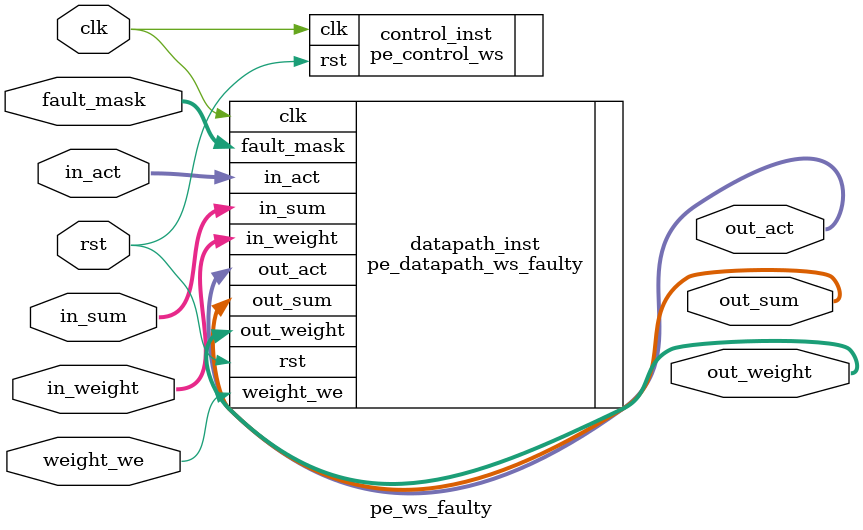
<source format=v>
module pe_ws_faulty #(
    parameter D_W = 8,
    parameter FAULT_TARGET = 0, // 0:W, 1:I, 2:P
    parameter ROW = 0,
    parameter COL = 0
)(
    input wire clk,
    input wire rst,
    input wire weight_we, // Now: Input Load Enable
    input wire [D_W-1:0] in_act,    // Stationary Data Load Port
    input wire [D_W-1:0] in_weight, // Streaming Data Port
    input wire [2*D_W-1:0] in_sum,
    output wire [D_W-1:0] out_act,
    output wire [D_W-1:0] out_weight,
    output wire [2*D_W-1:0] out_sum,
    
    // Fault Interface
    input wire [D_W-1:0] fault_mask 
);

    pe_datapath_ws_faulty #(
        .D_W(D_W),
        .FAULT_TARGET(FAULT_TARGET),
        .ROW(ROW),
        .COL(COL)
    ) datapath_inst (
        .clk(clk), 
        .rst(rst), 
        .weight_we(weight_we), // Input Load
        .in_act(in_act),       // Stationary Input Load Value
        .in_weight(in_weight), // Streaming Weight
        .in_sum(in_sum), 
        .out_act(out_act), 
        .out_weight(out_weight), 
        .out_sum(out_sum),
        .fault_mask(fault_mask)
    );

    // Reuse control? 
    // pe_control_ws is just a passthrough in WS source?
    // Let's check pe_control_ws logic. It's empty/simple.
    // For now we assume control is inside datapath or simple.
    // pe_ws.v instantiated 'pe_control_ws'.
    // We can instantiate pe_control_ws here if needed, but Datapath has the main logic.
    
    pe_control_ws control_inst (
        .clk(clk),
        .rst(rst)
    );

endmodule

</source>
